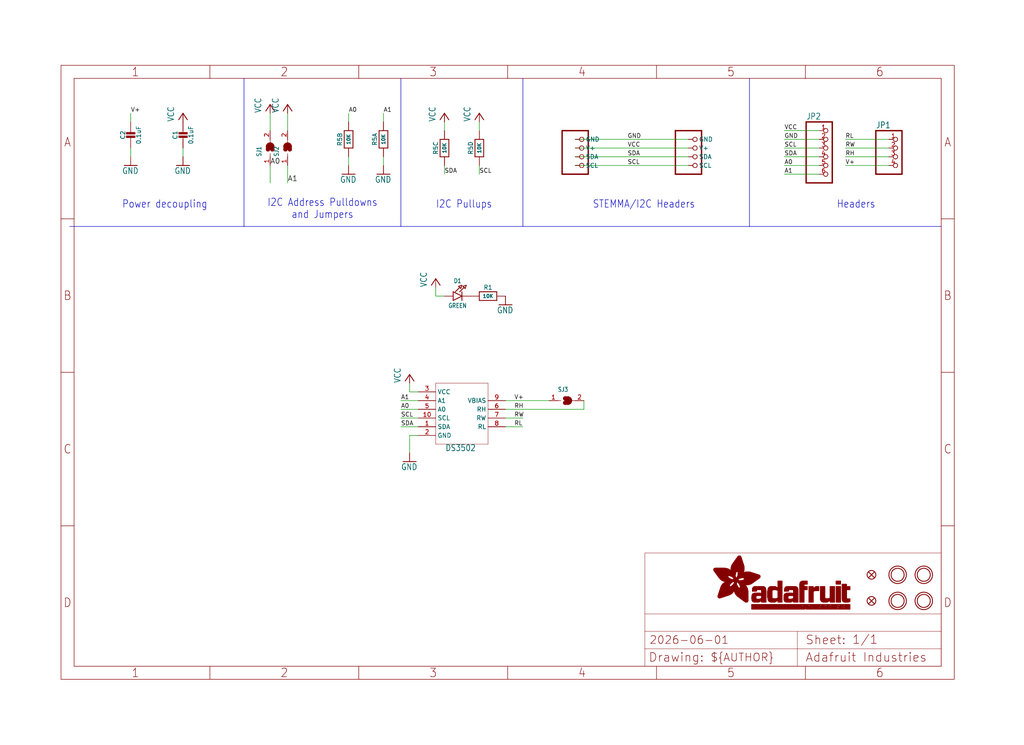
<source format=kicad_sch>
(kicad_sch (version 20230121) (generator eeschema)
  (paper "User" 298.45 217.322)
  (lib_symbols
    (symbol "working-eagle-import:CAP_CERAMIC0603_NO"
      (property "Reference" "C" (at -2.29 1.25 90))
      (symbol "CAP_CERAMIC0603_NO_1_0"
        (pin passive line (at 0 5.08 270) (length 2.54) (name "1") (number "1"))
        (pin passive line (at 0 -2.54 90) (length 2.54) (name "2") (number "2"))
      )
    )
    (symbol "working-eagle-import:DS3502"
      (symbol "DS3502_1_0"
        (pin bidirectional line (at -12.7 -2.54 0) (length 5.08) (name "SDA") (number "1"))
        (pin input line (at -12.7 0 0) (length 5.08) (name "SCL") (number "10"))
        (pin power_in line (at -12.7 -5.08 0) (length 5.08) (name "GND") (number "2"))
        (pin power_in line (at -12.7 7.62 0) (length 5.08) (name "VCC") (number "3"))
        (pin input line (at -12.7 5.08 0) (length 5.08) (name "A1") (number "4"))
        (pin input line (at -12.7 2.54 0) (length 5.08) (name "A0") (number "5"))
        (pin passive line (at 12.7 2.54 180) (length 5.08) (name "RH") (number "6"))
        (pin passive line (at 12.7 0 180) (length 5.08) (name "RW") (number "7"))
        (pin passive line (at 12.7 -2.54 180) (length 5.08) (name "RL") (number "8"))
        (pin power_in line (at 12.7 5.08 180) (length 5.08) (name "VBIAS") (number "9"))
      )
    )
    (symbol "working-eagle-import:FIDUCIAL_1MM")
    (symbol "working-eagle-import:FRAME_A4_ADAFRUIT"
      (symbol "FRAME_A4_ADAFRUIT_1_0"
        (text "${#}/${##}" (at 230.505 10.16 0) (effects (font (size 2.54 2.54)) (justify left bottom)))
        (text "${AUTHOR}" (at 189.23 5.08 0) (effects (font (size 2.286 2.286)) (justify left bottom)))
        (text "${CURRENT_DATE}" (at 171.45 10.16 0) (effects (font (size 2.286 2.286)) (justify left bottom)))
        (text "${PROJECTNAME}" (at 171.45 15.24 0) (effects (font (size 2.54 2.54)) (justify left bottom)))
        (text "1" (at 21.6958 1.905 0) (effects (font (size 2.54 2.286))))
        (text "1" (at 21.6958 177.165 0) (effects (font (size 2.54 2.286))))
        (text "2" (at 65.0875 1.905 0) (effects (font (size 2.54 2.286))))
        (text "2" (at 65.0875 177.165 0) (effects (font (size 2.54 2.286))))
        (text "3" (at 108.4792 1.905 0) (effects (font (size 2.54 2.286))))
        (text "3" (at 108.4792 177.165 0) (effects (font (size 2.54 2.286))))
        (text "4" (at 151.8708 1.905 0) (effects (font (size 2.54 2.286))))
        (text "4" (at 151.8708 177.165 0) (effects (font (size 2.54 2.286))))
        (text "5" (at 195.2625 1.905 0) (effects (font (size 2.54 2.286))))
        (text "5" (at 195.2625 177.165 0) (effects (font (size 2.54 2.286))))
        (text "6" (at 238.6542 1.905 0) (effects (font (size 2.54 2.286))))
        (text "6" (at 238.6542 177.165 0) (effects (font (size 2.54 2.286))))
        (text "A" (at 1.905 156.6863 0) (effects (font (size 2.54 2.286))))
        (text "A" (at 258.445 156.6863 0) (effects (font (size 2.54 2.286))))
        (text "Adafruit Industries" (at 216.916 4.953 0) (effects (font (size 2.54 2.54)) (justify left bottom)))
        (text "B" (at 1.905 111.9188 0) (effects (font (size 2.54 2.286))))
        (text "B" (at 258.445 111.9188 0) (effects (font (size 2.54 2.286))))
        (text "C" (at 1.905 67.1513 0) (effects (font (size 2.54 2.286))))
        (text "C" (at 258.445 67.1513 0) (effects (font (size 2.54 2.286))))
        (text "D" (at 1.905 22.3838 0) (effects (font (size 2.54 2.286))))
        (text "D" (at 258.445 22.3838 0) (effects (font (size 2.54 2.286))))
        (text "Drawing:" (at 171.196 4.953 0) (effects (font (size 2.54 2.54)) (justify left bottom)))
        (text "Sheet:" (at 216.916 10.033 0) (effects (font (size 2.54 2.54)) (justify left bottom)))
      )
    )
    (symbol "working-eagle-import:GND" (power)
      (property "Value" "GND" (at -2.54 -2.54 0))
      (symbol "GND_1_0"
        (pin power_in line (at 0 2.54 270) (length 2.54) (name "GND") (number "1"))
      )
    )
    (symbol "working-eagle-import:HEADER-1X4ROUND"
      (property "Reference" "JP" (at -6.35 8.255 0))
      (symbol "HEADER-1X4ROUND_1_0"
        (pin passive inverted (at -2.54 5.08 0) (length 2.54) (name "1") (number "1"))
        (pin passive inverted (at -2.54 2.54 0) (length 2.54) (name "2") (number "2"))
        (pin passive inverted (at -2.54 0 0) (length 2.54) (name "3") (number "3"))
        (pin passive inverted (at -2.54 -2.54 0) (length 2.54) (name "4") (number "4"))
      )
    )
    (symbol "working-eagle-import:HEADER-1X6ROUND"
      (property "Reference" "JP" (at -6.35 10.795 0))
      (symbol "HEADER-1X6ROUND_1_0"
        (pin passive inverted (at -2.54 7.62 0) (length 2.54) (name "1") (number "1"))
        (pin passive inverted (at -2.54 5.08 0) (length 2.54) (name "2") (number "2"))
        (pin passive inverted (at -2.54 2.54 0) (length 2.54) (name "3") (number "3"))
        (pin passive inverted (at -2.54 0 0) (length 2.54) (name "4") (number "4"))
        (pin passive inverted (at -2.54 -2.54 0) (length 2.54) (name "5") (number "5"))
        (pin passive inverted (at -2.54 -5.08 0) (length 2.54) (name "6") (number "6"))
      )
    )
    (symbol "working-eagle-import:LED0603_NOOUTLINE"
      (property "Reference" "D" (at -1.27 4.445 0))
      (symbol "LED0603_NOOUTLINE_1_0"
        (pin passive line (at -5.08 0 0) (length 2.54) (name "A") (number "A"))
        (pin passive line (at 2.54 0 180) (length 2.54) (name "C") (number "C"))
      )
    )
    (symbol "working-eagle-import:MOUNTINGHOLE2.5")
    (symbol "working-eagle-import:RESISTOR_0603_NOOUT"
      (property "Reference" "R" (at 0 2.54 0))
      (symbol "RESISTOR_0603_NOOUT_1_0"
        (pin passive line (at -5.08 0 0) (length 2.54) (name "1") (number "1"))
        (pin passive line (at 5.08 0 180) (length 2.54) (name "2") (number "2"))
      )
    )
    (symbol "working-eagle-import:RESISTOR_4PACK"
      (property "Reference" "R" (at 0 2.54 0))
      (symbol "RESISTOR_4PACK_1_0"
        (pin passive line (at -5.08 0 0) (length 2.54) (name "1") (number "1"))
        (pin passive line (at 5.08 0 180) (length 2.54) (name "2") (number "8"))
      )
      (symbol "RESISTOR_4PACK_2_0"
        (pin passive line (at -5.08 0 0) (length 2.54) (name "1") (number "2"))
        (pin passive line (at 5.08 0 180) (length 2.54) (name "2") (number "7"))
      )
      (symbol "RESISTOR_4PACK_3_0"
        (pin passive line (at -5.08 0 0) (length 2.54) (name "1") (number "3"))
        (pin passive line (at 5.08 0 180) (length 2.54) (name "2") (number "6"))
      )
      (symbol "RESISTOR_4PACK_4_0"
        (pin passive line (at -5.08 0 0) (length 2.54) (name "1") (number "4"))
        (pin passive line (at 5.08 0 180) (length 2.54) (name "2") (number "5"))
      )
    )
    (symbol "working-eagle-import:SOLDERJUMPER"
      (property "Reference" "SJ" (at -2.54 2.54 0))
      (symbol "SOLDERJUMPER_1_0"
        (pin passive line (at -5.08 0 0) (length 2.54) (name "1") (number "1"))
        (pin passive line (at 5.08 0 180) (length 2.54) (name "2") (number "2"))
      )
    )
    (symbol "working-eagle-import:SOLDERJUMPERCLOSED"
      (property "Reference" "SJ" (at -2.54 2.54 0))
      (symbol "SOLDERJUMPERCLOSED_1_0"
        (pin passive line (at -5.08 0 0) (length 2.54) (name "1") (number "1"))
        (pin passive line (at 5.08 0 180) (length 2.54) (name "2") (number "2"))
      )
    )
    (symbol "working-eagle-import:STEMMA_I2C_QT"
      (symbol "STEMMA_I2C_QT_1_0"
        (pin passive inverted (at 0 5.08 0) (length 2.54) (name "GND") (number "1"))
        (pin passive inverted (at 0 2.54 0) (length 2.54) (name "V+") (number "2"))
        (pin passive inverted (at 0 0 0) (length 2.54) (name "SDA") (number "3"))
        (pin passive inverted (at 0 -2.54 0) (length 2.54) (name "SCL") (number "4"))
      )
      (symbol "STEMMA_I2C_QT_2_0"
        (pin bidirectional line (at 0 0 0) (length 5.08) (name "MT") (number "MT1"))
      )
      (symbol "STEMMA_I2C_QT_3_0"
        (pin bidirectional line (at 0 0 0) (length 5.08) (name "MT") (number "MT2"))
      )
    )
    (symbol "working-eagle-import:VCC" (power)
      (property "Value" "VCC" (at -2.54 -2.54 90))
      (symbol "VCC_1_0"
        (pin power_in line (at 0 -2.54 90) (length 2.54) (name "VCC") (number "1"))
      )
    )
  )
  (wire (pts (xy 78.74 38.1) (xy 78.74 33.02)) (stroke (width 0.1524)))
  (wire (pts (xy 238.76 48.26) (xy 228.6 48.26)) (stroke (width 0.1524)))
  (polyline (pts (xy 152.4 66.04) (xy 218.44 66.04)) (stroke (width 0.1524) (type solid)))
  (wire (pts (xy 167.64 43.18) (xy 200.66 43.18)) (stroke (width 0.1524)))
  (wire (pts (xy 238.76 40.64) (xy 228.6 40.64)) (stroke (width 0.1524)))
  (polyline (pts (xy 218.44 66.04) (xy 274.32 66.04)) (stroke (width 0.1524) (type solid)))
  (wire (pts (xy 101.6 35.56) (xy 101.6 33.02)) (stroke (width 0.1524)))
  (wire (pts (xy 83.82 48.26) (xy 83.82 53.34)) (stroke (width 0.1524)))
  (wire (pts (xy 119.38 127) (xy 119.38 132.08)) (stroke (width 0.1524)))
  (wire (pts (xy 147.32 119.38) (xy 170.18 119.38)) (stroke (width 0.1524)))
  (wire (pts (xy 121.92 119.38) (xy 116.84 119.38)) (stroke (width 0.1524)))
  (wire (pts (xy 139.7 38.1) (xy 139.7 35.56)) (stroke (width 0.1524)))
  (wire (pts (xy 259.08 48.26) (xy 246.38 48.26)) (stroke (width 0.1524)))
  (wire (pts (xy 111.76 48.26) (xy 111.76 45.72)) (stroke (width 0.1524)))
  (wire (pts (xy 238.76 43.18) (xy 228.6 43.18)) (stroke (width 0.1524)))
  (wire (pts (xy 200.66 40.64) (xy 167.64 40.64)) (stroke (width 0.1524)))
  (wire (pts (xy 129.54 38.1) (xy 129.54 35.56)) (stroke (width 0.1524)))
  (wire (pts (xy 238.76 45.72) (xy 228.6 45.72)) (stroke (width 0.1524)))
  (wire (pts (xy 147.32 124.46) (xy 152.4 124.46)) (stroke (width 0.1524)))
  (polyline (pts (xy 71.12 22.86) (xy 71.12 66.04)) (stroke (width 0.1524) (type solid)))
  (wire (pts (xy 238.76 50.8) (xy 228.6 50.8)) (stroke (width 0.1524)))
  (polyline (pts (xy 116.84 22.86) (xy 116.84 66.04)) (stroke (width 0.1524) (type solid)))
  (polyline (pts (xy 116.84 66.04) (xy 152.4 66.04)) (stroke (width 0.1524) (type solid)))
  (wire (pts (xy 78.74 48.26) (xy 78.74 53.34)) (stroke (width 0.1524)))
  (wire (pts (xy 238.76 38.1) (xy 228.6 38.1)) (stroke (width 0.1524)))
  (wire (pts (xy 139.7 50.8) (xy 139.7 48.26)) (stroke (width 0.1524)))
  (wire (pts (xy 127 86.36) (xy 127 83.82)) (stroke (width 0.1524)))
  (polyline (pts (xy 20.32 66.04) (xy 71.12 66.04)) (stroke (width 0.1524) (type solid)))
  (wire (pts (xy 200.66 45.72) (xy 167.64 45.72)) (stroke (width 0.1524)))
  (polyline (pts (xy 71.12 66.04) (xy 116.84 66.04)) (stroke (width 0.1524) (type solid)))
  (wire (pts (xy 147.32 116.84) (xy 160.02 116.84)) (stroke (width 0.1524)))
  (wire (pts (xy 259.08 45.72) (xy 246.38 45.72)) (stroke (width 0.1524)))
  (wire (pts (xy 121.92 121.92) (xy 116.84 121.92)) (stroke (width 0.1524)))
  (wire (pts (xy 121.92 127) (xy 119.38 127)) (stroke (width 0.1524)))
  (wire (pts (xy 111.76 35.56) (xy 111.76 33.02)) (stroke (width 0.1524)))
  (wire (pts (xy 38.1 43.18) (xy 38.1 45.72)) (stroke (width 0.1524)))
  (wire (pts (xy 259.08 43.18) (xy 246.38 43.18)) (stroke (width 0.1524)))
  (wire (pts (xy 101.6 48.26) (xy 101.6 45.72)) (stroke (width 0.1524)))
  (wire (pts (xy 83.82 38.1) (xy 83.82 33.02)) (stroke (width 0.1524)))
  (wire (pts (xy 119.38 114.3) (xy 119.38 111.76)) (stroke (width 0.1524)))
  (wire (pts (xy 259.08 40.64) (xy 246.38 40.64)) (stroke (width 0.1524)))
  (wire (pts (xy 170.18 119.38) (xy 170.18 116.84)) (stroke (width 0.1524)))
  (wire (pts (xy 167.64 48.26) (xy 200.66 48.26)) (stroke (width 0.1524)))
  (wire (pts (xy 121.92 114.3) (xy 119.38 114.3)) (stroke (width 0.1524)))
  (wire (pts (xy 38.1 35.56) (xy 38.1 33.02)) (stroke (width 0.1524)))
  (polyline (pts (xy 152.4 22.86) (xy 152.4 66.04)) (stroke (width 0.1524) (type solid)))
  (wire (pts (xy 121.92 116.84) (xy 116.84 116.84)) (stroke (width 0.1524)))
  (wire (pts (xy 129.54 86.36) (xy 127 86.36)) (stroke (width 0.1524)))
  (wire (pts (xy 147.32 121.92) (xy 152.4 121.92)) (stroke (width 0.1524)))
  (wire (pts (xy 129.54 50.8) (xy 129.54 48.26)) (stroke (width 0.1524)))
  (wire (pts (xy 121.92 124.46) (xy 116.84 124.46)) (stroke (width 0.1524)))
  (wire (pts (xy 53.34 43.18) (xy 53.34 45.72)) (stroke (width 0.1524)))
  (polyline (pts (xy 218.44 22.86) (xy 218.44 66.04)) (stroke (width 0.1524) (type solid)))
  (text "I2C Address Pulldowns\nand Jumpers" (at 93.98 60.96 0) (effects (font (size 2.1844 1.8567))))
  (text "Power decoupling" (at 35.56 60.96 0) (effects (font (size 2.1844 1.8567)) (justify left bottom)))
  (text "Headers" (at 243.84 60.96 0) (effects (font (size 2.1844 1.8567)) (justify left bottom)))
  (text "STEMMA/I2C Headers" (at 172.72 60.96 0) (effects (font (size 2.1844 1.8567)) (justify left bottom)))
  (text "I2C Pullups" (at 127 60.96 0) (effects (font (size 2.1844 1.8567)) (justify left bottom)))
  (label "V+" (at 38.1 33.02 0) (effects (font (size 1.2446 1.2446))))
  (label "SDA" (at 129.54 50.8 0) (effects (font (size 1.2446 1.2446))))
  (label "GND" (at 182.88 40.64 0) (effects (font (size 1.2446 1.2446))))
  (label "VCC" (at 182.88 43.18 0) (effects (font (size 1.2446 1.2446))))
  (label "SDA" (at 228.6 45.72 0) (effects (font (size 1.2446 1.2446))))
  (label "V+" (at 246.38 48.26 0) (effects (font (size 1.2446 1.2446))))
  (label "RL" (at 246.38 40.64 0) (effects (font (size 1.2446 1.2446))))
  (label "A0" (at 116.84 119.38 0) (effects (font (size 1.2446 1.2446))))
  (label "A0" (at 78.74 48.26 0) (effects (font (size 1.5291 1.5291))))
  (label "RH" (at 246.38 45.72 0) (effects (font (size 1.2446 1.2446))))
  (label "SDA" (at 116.84 124.46 0) (effects (font (size 1.2446 1.2446))))
  (label "A0" (at 228.6 48.26 0) (effects (font (size 1.2446 1.2446))))
  (label "A1" (at 228.6 50.8 0) (effects (font (size 1.2446 1.2446))))
  (label "A1" (at 111.76 33.02 0) (effects (font (size 1.2446 1.2446))))
  (label "SCL" (at 182.88 48.26 0) (effects (font (size 1.2446 1.2446))))
  (label "VCC" (at 228.6 38.1 0) (effects (font (size 1.2446 1.2446))))
  (label "GND" (at 228.6 40.64 0) (effects (font (size 1.2446 1.2446))))
  (label "RW" (at 246.38 43.18 0) (effects (font (size 1.2446 1.2446))))
  (label "RW" (at 149.86 121.92 0) (effects (font (size 1.2446 1.2446))))
  (label "SDA" (at 182.88 45.72 0) (effects (font (size 1.2446 1.2446))))
  (label "RL" (at 149.86 124.46 0) (effects (font (size 1.2446 1.2446))))
  (label "SCL" (at 116.84 121.92 0) (effects (font (size 1.2446 1.2446))))
  (label "SCL" (at 228.6 43.18 0) (effects (font (size 1.2446 1.2446))))
  (label "RH" (at 149.86 119.38 0) (effects (font (size 1.2446 1.2446))))
  (label "A1" (at 116.84 116.84 0) (effects (font (size 1.2446 1.2446))))
  (label "SCL" (at 139.7 50.8 0) (effects (font (size 1.2446 1.2446))))
  (label "V+" (at 149.86 116.84 0) (effects (font (size 1.2446 1.2446))))
  (label "A1" (at 83.82 53.34 0) (effects (font (size 1.5291 1.5291))))
  (label "A0" (at 101.6 33.02 0) (effects (font (size 1.2446 1.2446))))
  (symbol (lib_id "working-eagle-import:DS3502") (at 134.62 121.92 0) (unit 1)
    (property "Reference" "U$1" (effects hide))
    (property "Value" "DS3502" (at 129.76 131.6 0) (effects (font (size 1.778 1.5113)) (justify left bottom)))
    (property "Footprint" "working:MSOP10" (effects hide))
  )
  (symbol (lib_id "working-eagle-import:VCC") (at 53.34 33.02 0) (unit 1)
    (property "Reference" "#P+3" (effects hide))
    (property "Value" "VCC" (at 50.8 35.56 90) (effects (font (size 1.778 1.5113)) (justify left bottom)))
  )
  (symbol (lib_id "working-eagle-import:SOLDERJUMPER") (at 83.82 43.18 90) (unit 1)
    (property "Reference" "SJ2" (at 81.28 45.72 0) (effects (font (size 1.27 1.0795)) (justify left bottom)))
    (property "Value" "SOLDERJUMPER" (effects hide))
    (property "Footprint" "working:SOLDERJUMPER_ARROW_NOPASTE" (effects hide))
  )
  (symbol (lib_id "working-eagle-import:VCC") (at 83.82 30.48 0) (unit 1)
    (property "Reference" "#P+7" (effects hide))
    (property "Value" "VCC" (at 81.28 33.02 90) (effects (font (size 1.778 1.5113)) (justify left bottom)))
  )
  (symbol (lib_id "working-eagle-import:GND") (at 53.34 48.26 0) (unit 1)
    (property "Reference" "#GND1" (effects hide))
    (property "Value" "GND" (at 50.8 50.8 0) (effects (font (size 1.778 1.5113)) (justify left bottom)))
  )
  (symbol (lib_id "working-eagle-import:VCC") (at 139.7 33.02 0) (unit 1)
    (property "Reference" "#P+1" (effects hide))
    (property "Value" "VCC" (at 137.16 35.56 90) (effects (font (size 1.778 1.5113)) (justify left bottom)))
  )
  (symbol (lib_id "working-eagle-import:STEMMA_I2C_QT") (at 200.66 45.72 0) (unit 1)
    (property "Reference" "CONN2" (effects hide))
    (property "Value" "STEMMA_I2C_QT" (effects hide))
    (property "Footprint" "working:JST_SH4" (effects hide))
  )
  (symbol (lib_id "working-eagle-import:SOLDERJUMPER") (at 78.74 43.18 90) (unit 1)
    (property "Reference" "SJ1" (at 76.2 45.72 0) (effects (font (size 1.27 1.0795)) (justify left bottom)))
    (property "Value" "SOLDERJUMPER" (effects hide))
    (property "Footprint" "working:SOLDERJUMPER_ARROW_NOPASTE" (effects hide))
  )
  (symbol (lib_id "working-eagle-import:HEADER-1X6ROUND") (at 241.3 45.72 0) (unit 1)
    (property "Reference" "JP2" (at 234.95 34.925 0) (effects (font (size 1.778 1.5113)) (justify left bottom)))
    (property "Value" "HEADER-1X6ROUND" (effects hide))
    (property "Footprint" "working:1X06_ROUND" (effects hide))
  )
  (symbol (lib_id "working-eagle-import:RESISTOR_4PACK") (at 101.6 40.64 90) (unit 2)
    (property "Reference" "R5" (at 99.06 40.64 0))
    (property "Value" "10K" (at 101.6 40.64 0) (effects (font (size 1.016 1.016) bold)))
    (property "Footprint" "working:RESPACK_4X0603" (effects hide))
  )
  (symbol (lib_id "working-eagle-import:RESISTOR_4PACK") (at 129.54 43.18 90) (unit 3)
    (property "Reference" "R5" (at 127 43.18 0))
    (property "Value" "10K" (at 129.54 43.18 0) (effects (font (size 1.016 1.016) bold)))
    (property "Footprint" "working:RESPACK_4X0603" (effects hide))
  )
  (symbol (lib_id "working-eagle-import:RESISTOR_0603_NOOUT") (at 142.24 86.36 0) (unit 1)
    (property "Reference" "R1" (at 142.24 83.82 0))
    (property "Value" "10K" (at 142.24 86.36 0) (effects (font (size 1.016 1.016) bold)))
    (property "Footprint" "working:0603-NO" (effects hide))
  )
  (symbol (lib_id "working-eagle-import:GND") (at 147.32 88.9 0) (unit 1)
    (property "Reference" "#GND6" (effects hide))
    (property "Value" "GND" (at 144.78 91.44 0) (effects (font (size 1.778 1.5113)) (justify left bottom)))
  )
  (symbol (lib_id "working-eagle-import:GND") (at 111.76 50.8 0) (unit 1)
    (property "Reference" "#GND5" (effects hide))
    (property "Value" "GND" (at 109.22 53.34 0) (effects (font (size 1.778 1.5113)) (justify left bottom)))
  )
  (symbol (lib_id "working-eagle-import:GND") (at 119.38 134.62 0) (unit 1)
    (property "Reference" "#GND3" (effects hide))
    (property "Value" "GND" (at 116.84 137.16 0) (effects (font (size 1.778 1.5113)) (justify left bottom)))
  )
  (symbol (lib_id "working-eagle-import:CAP_CERAMIC0603_NO") (at 38.1 40.64 0) (unit 1)
    (property "Reference" "C2" (at 35.81 39.39 90))
    (property "Value" "0.1uF" (at 40.4 39.39 90))
    (property "Footprint" "working:0603-NO" (effects hide))
  )
  (symbol (lib_id "working-eagle-import:GND") (at 101.6 50.8 0) (unit 1)
    (property "Reference" "#GND4" (effects hide))
    (property "Value" "GND" (at 99.06 53.34 0) (effects (font (size 1.778 1.5113)) (justify left bottom)))
  )
  (symbol (lib_id "working-eagle-import:VCC") (at 119.38 109.22 0) (unit 1)
    (property "Reference" "#P+4" (effects hide))
    (property "Value" "VCC" (at 116.84 111.76 90) (effects (font (size 1.778 1.5113)) (justify left bottom)))
  )
  (symbol (lib_id "working-eagle-import:MOUNTINGHOLE2.5") (at 261.62 167.64 0) (unit 1)
    (property "Reference" "U$3" (effects hide))
    (property "Value" "MOUNTINGHOLE2.5" (effects hide))
    (property "Footprint" "working:MOUNTINGHOLE_2.5_PLATED" (effects hide))
  )
  (symbol (lib_id "working-eagle-import:MOUNTINGHOLE2.5") (at 269.24 167.64 0) (unit 1)
    (property "Reference" "U$6" (effects hide))
    (property "Value" "MOUNTINGHOLE2.5" (effects hide))
    (property "Footprint" "working:MOUNTINGHOLE_2.5_PLATED" (effects hide))
  )
  (symbol (lib_id "working-eagle-import:LED0603_NOOUTLINE") (at 134.62 86.36 0) (unit 1)
    (property "Reference" "D1" (at 133.35 81.915 0) (effects (font (size 1.27 1.0795))))
    (property "Value" "GREEN" (at 133.35 89.154 0) (effects (font (size 1.27 1.0795))))
    (property "Footprint" "working:CHIPLED_0603_NOOUTLINE" (effects hide))
  )
  (symbol (lib_id "working-eagle-import:STEMMA_I2C_QT") (at 167.64 45.72 0) (unit 1)
    (property "Reference" "CONN1" (effects hide))
    (property "Value" "STEMMA_I2C_QT" (effects hide))
    (property "Footprint" "working:JST_SH4" (effects hide))
  )
  (symbol (lib_id "working-eagle-import:GND") (at 38.1 48.26 0) (unit 1)
    (property "Reference" "#GND2" (effects hide))
    (property "Value" "GND" (at 35.56 50.8 0) (effects (font (size 1.778 1.5113)) (justify left bottom)))
  )
  (symbol (lib_id "working-eagle-import:VCC") (at 78.74 30.48 0) (unit 1)
    (property "Reference" "#P+6" (effects hide))
    (property "Value" "VCC" (at 76.2 33.02 90) (effects (font (size 1.778 1.5113)) (justify left bottom)))
  )
  (symbol (lib_id "working-eagle-import:RESISTOR_4PACK") (at 111.76 40.64 90) (unit 1)
    (property "Reference" "R5" (at 109.22 40.64 0))
    (property "Value" "10K" (at 111.76 40.64 0) (effects (font (size 1.016 1.016) bold)))
    (property "Footprint" "working:RESPACK_4X0603" (effects hide))
  )
  (symbol (lib_id "working-eagle-import:HEADER-1X4ROUND") (at 261.62 45.72 0) (unit 1)
    (property "Reference" "JP1" (at 255.27 37.465 0) (effects (font (size 1.778 1.5113)) (justify left bottom)))
    (property "Value" "HEADER-1X4ROUND" (effects hide))
    (property "Footprint" "working:1X04_ROUND" (effects hide))
  )
  (symbol (lib_id "working-eagle-import:FIDUCIAL_1MM") (at 254 175.26 0) (unit 1)
    (property "Reference" "FID1" (effects hide))
    (property "Value" "FIDUCIAL_1MM" (effects hide))
    (property "Footprint" "working:FIDUCIAL_1MM" (effects hide))
  )
  (symbol (lib_id "working-eagle-import:SOLDERJUMPERCLOSED") (at 165.1 116.84 0) (unit 1)
    (property "Reference" "SJ3" (at 162.56 114.3 0) (effects (font (size 1.27 1.0795)) (justify left bottom)))
    (property "Value" "SOLDERJUMPERCLOSED" (effects hide))
    (property "Footprint" "working:SOLDERJUMPER_CLOSEDWIRE" (effects hide))
  )
  (symbol (lib_id "working-eagle-import:MOUNTINGHOLE2.5") (at 269.24 175.26 0) (unit 1)
    (property "Reference" "U$7" (effects hide))
    (property "Value" "MOUNTINGHOLE2.5" (effects hide))
    (property "Footprint" "working:MOUNTINGHOLE_2.5_PLATED" (effects hide))
  )
  (symbol (lib_id "working-eagle-import:CAP_CERAMIC0603_NO") (at 53.34 40.64 0) (unit 1)
    (property "Reference" "C1" (at 51.05 39.39 90))
    (property "Value" "0.1uF" (at 55.64 39.39 90))
    (property "Footprint" "working:0603-NO" (effects hide))
  )
  (symbol (lib_id "working-eagle-import:VCC") (at 129.54 33.02 0) (unit 1)
    (property "Reference" "#P+2" (effects hide))
    (property "Value" "VCC" (at 127 35.56 90) (effects (font (size 1.778 1.5113)) (justify left bottom)))
  )
  (symbol (lib_id "working-eagle-import:MOUNTINGHOLE2.5") (at 261.62 175.26 0) (unit 1)
    (property "Reference" "U$2" (effects hide))
    (property "Value" "MOUNTINGHOLE2.5" (effects hide))
    (property "Footprint" "working:MOUNTINGHOLE_2.5_PLATED" (effects hide))
  )
  (symbol (lib_id "working-eagle-import:FIDUCIAL_1MM") (at 254 167.64 0) (unit 1)
    (property "Reference" "FID2" (effects hide))
    (property "Value" "FIDUCIAL_1MM" (effects hide))
    (property "Footprint" "working:FIDUCIAL_1MM" (effects hide))
  )
  (symbol (lib_id "working-eagle-import:FRAME_A4_ADAFRUIT") (at 17.78 198.12 0) (unit 1)
    (property "Reference" "#U$4" (effects hide))
    (property "Value" "FRAME_A4_ADAFRUIT" (effects hide))
  )
  (symbol (lib_id "working-eagle-import:RESISTOR_4PACK") (at 139.7 43.18 90) (unit 4)
    (property "Reference" "R5" (at 137.16 43.18 0))
    (property "Value" "10K" (at 139.7 43.18 0) (effects (font (size 1.016 1.016) bold)))
    (property "Footprint" "working:RESPACK_4X0603" (effects hide))
  )
  (symbol (lib_id "working-eagle-import:VCC") (at 127 81.28 0) (unit 1)
    (property "Reference" "#P+5" (effects hide))
    (property "Value" "VCC" (at 124.46 83.82 90) (effects (font (size 1.778 1.5113)) (justify left bottom)))
  )
)
</source>
